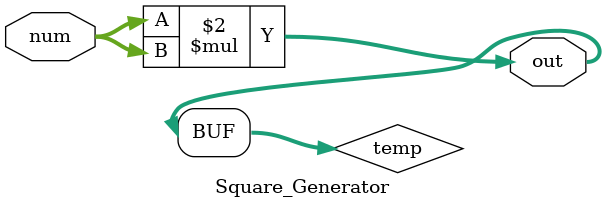
<source format=v>
module Square_Generator(num,out);

        parameter n = 4;
        input [n-1:0] num;
        output reg [2*n-1:0] out; 
        
        reg [2*n-1:0] temp;
        
        always@(*)
        begin
            temp = num * num;
            out = temp;
        end
endmodule

</source>
